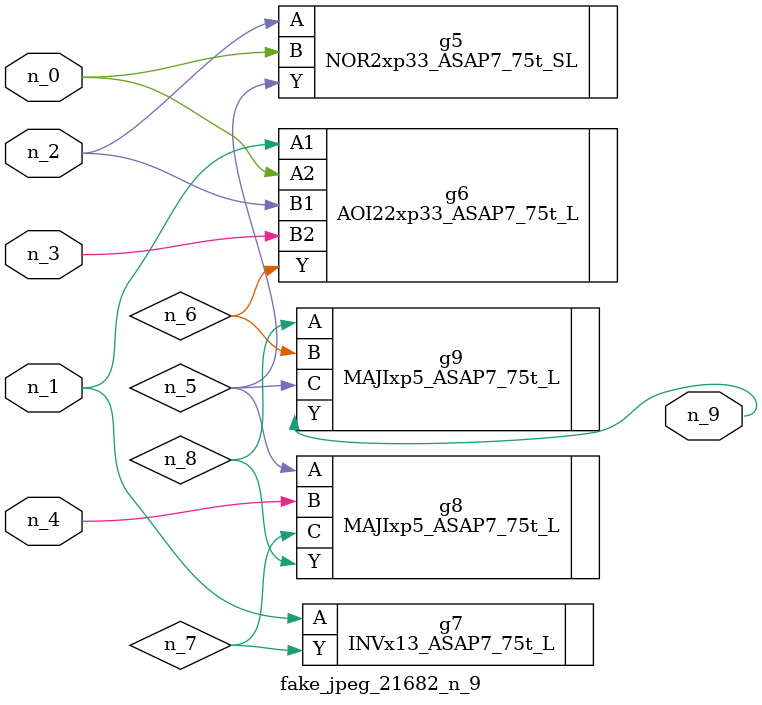
<source format=v>
module fake_jpeg_21682_n_9 (n_3, n_2, n_1, n_0, n_4, n_9);

input n_3;
input n_2;
input n_1;
input n_0;
input n_4;

output n_9;

wire n_8;
wire n_6;
wire n_5;
wire n_7;

NOR2xp33_ASAP7_75t_SL g5 ( 
.A(n_2),
.B(n_0),
.Y(n_5)
);

AOI22xp33_ASAP7_75t_L g6 ( 
.A1(n_1),
.A2(n_0),
.B1(n_2),
.B2(n_3),
.Y(n_6)
);

INVx13_ASAP7_75t_L g7 ( 
.A(n_1),
.Y(n_7)
);

MAJIxp5_ASAP7_75t_L g8 ( 
.A(n_5),
.B(n_4),
.C(n_7),
.Y(n_8)
);

MAJIxp5_ASAP7_75t_L g9 ( 
.A(n_8),
.B(n_6),
.C(n_5),
.Y(n_9)
);


endmodule
</source>
